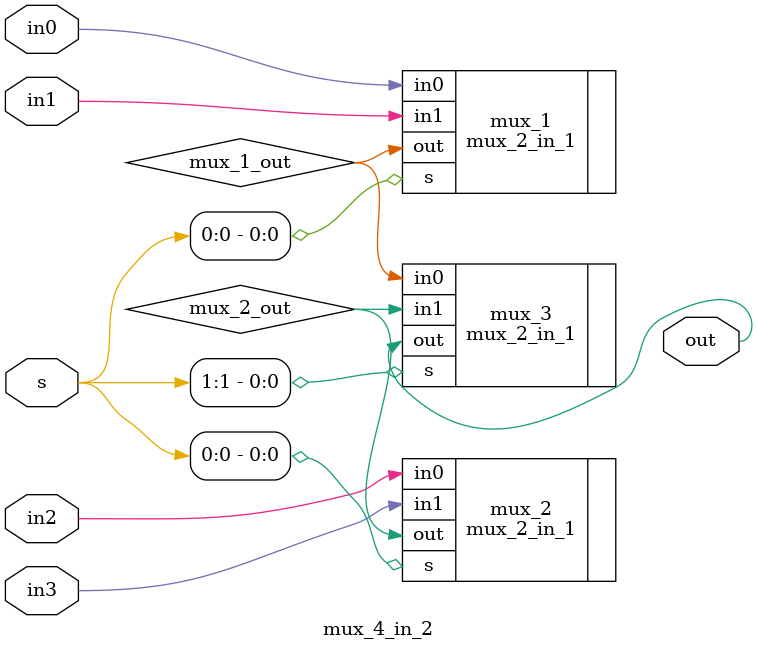
<source format=v>
module mux_4_in_2(
	input in0, in1, in2, in3,
	input [1:0] s,
	output out
	);
	
	wire mux_1_out, mux_2_out;
	
	mux_2_in_1 mux_1(
	 .in0(in0),
	 .in1(in1),
	 .s(s[0]),
	 .out(mux_1_out)
	);
	
	mux_2_in_1 mux_2(
	 .in0(in2),
	 .in1(in3),
	 .s(s[0]),
	 .out(mux_2_out)
	);
	
	mux_2_in_1 mux_3(
	 .in0(mux_1_out),
	 .in1(mux_2_out),
	 .s(s[1]),
	 .out(out)
	);
	
endmodule

</source>
